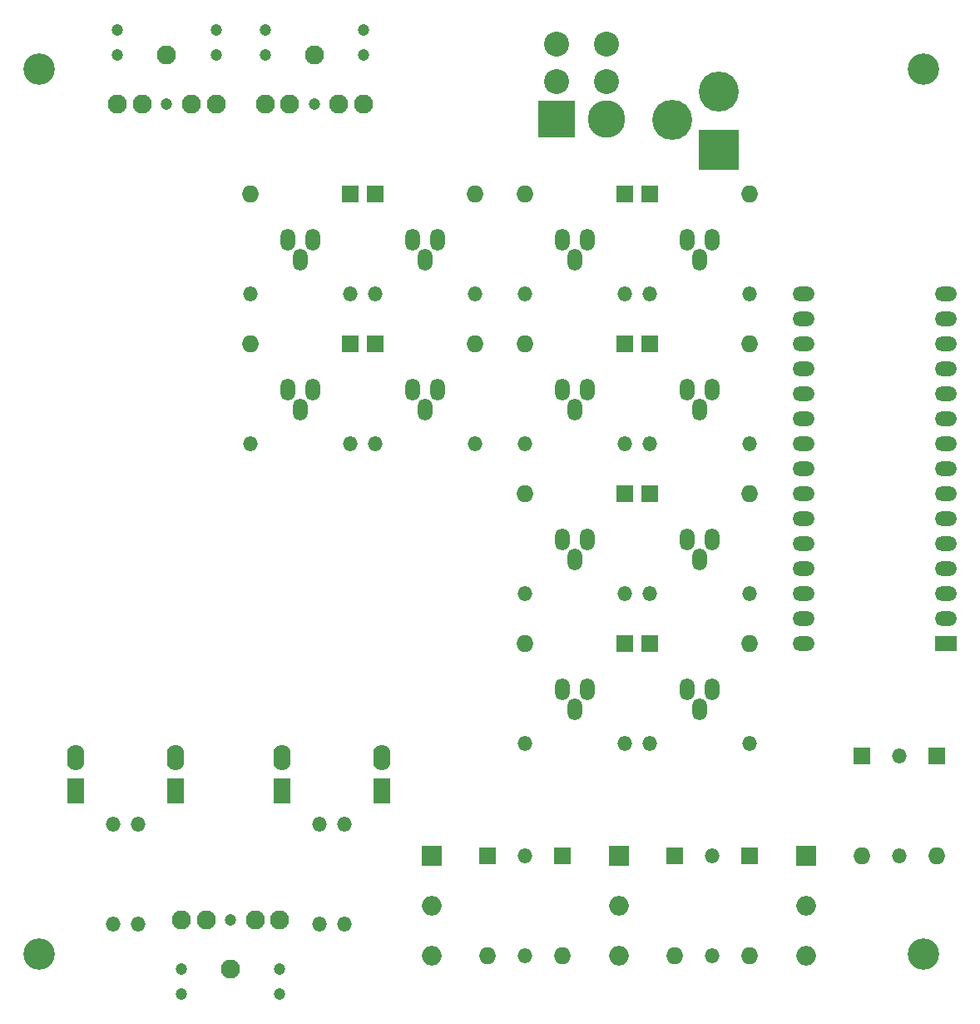
<source format=gbs>
G04 (created by PCBNEW (2013-07-07 BZR 4022)-stable) date Mon 19 Oct 2020 04:14:25 AM CDT*
%MOIN*%
G04 Gerber Fmt 3.4, Leading zero omitted, Abs format*
%FSLAX34Y34*%
G01*
G70*
G90*
G04 APERTURE LIST*
%ADD10C,0.00590551*%
%ADD11O,0.059X0.0885*%
%ADD12C,0.0767717*%
%ADD13C,0.0472441*%
%ADD14O,0.059X0.059*%
%ADD15R,0.069X0.1035*%
%ADD16O,0.069X0.1035*%
%ADD17R,0.069X0.069*%
%ADD18O,0.069X0.069*%
%ADD19R,0.0885X0.059*%
%ADD20O,0.0885X0.059*%
%ADD21C,0.125984*%
%ADD22R,0.0787402X0.0787402*%
%ADD23O,0.0787402X0.0787402*%
%ADD24R,0.16X0.16*%
%ADD25C,0.16*%
%ADD26R,0.15X0.15*%
%ADD27C,0.15*%
%ADD28C,0.1*%
G04 APERTURE END LIST*
G54D10*
G54D11*
X51500Y-73852D03*
X51000Y-74647D03*
X50500Y-73852D03*
X45500Y-67852D03*
X45000Y-68647D03*
X44500Y-67852D03*
X56500Y-85852D03*
X56000Y-86647D03*
X55500Y-85852D03*
X56500Y-73852D03*
X56000Y-74647D03*
X55500Y-73852D03*
X40500Y-73852D03*
X40000Y-74647D03*
X39500Y-73852D03*
X51500Y-79852D03*
X51000Y-80647D03*
X50500Y-79852D03*
X56500Y-79852D03*
X56000Y-80647D03*
X55500Y-79852D03*
X56500Y-67852D03*
X56000Y-68647D03*
X55500Y-67852D03*
X51500Y-67852D03*
X51000Y-68647D03*
X50500Y-67852D03*
X45500Y-73852D03*
X45000Y-74647D03*
X44500Y-73852D03*
X40500Y-67852D03*
X40000Y-68647D03*
X39500Y-67852D03*
X51500Y-85852D03*
X51000Y-86647D03*
X50500Y-85852D03*
G54D12*
X37204Y-97047D03*
X36220Y-95078D03*
X38188Y-95078D03*
X35236Y-95078D03*
X39173Y-95078D03*
G54D13*
X35236Y-97047D03*
X35236Y-98031D03*
X37204Y-95078D03*
X39173Y-97047D03*
X39173Y-98031D03*
G54D12*
X40551Y-60433D03*
X41535Y-62401D03*
X39566Y-62401D03*
X42519Y-62401D03*
X38582Y-62401D03*
G54D13*
X42519Y-60433D03*
X42519Y-59448D03*
X40551Y-62401D03*
X38582Y-60433D03*
X38582Y-59448D03*
G54D12*
X34645Y-60433D03*
X35629Y-62401D03*
X33661Y-62401D03*
X36614Y-62401D03*
X32677Y-62401D03*
G54D13*
X36614Y-60433D03*
X36614Y-59448D03*
X34645Y-62401D03*
X32677Y-60433D03*
X32677Y-59448D03*
G54D14*
X54000Y-76000D03*
X58000Y-76000D03*
X42000Y-70000D03*
X38000Y-70000D03*
X53000Y-76000D03*
X49000Y-76000D03*
X53000Y-82000D03*
X49000Y-82000D03*
X43000Y-70000D03*
X47000Y-70000D03*
X43000Y-76000D03*
X47000Y-76000D03*
X54000Y-82000D03*
X58000Y-82000D03*
X53000Y-88000D03*
X49000Y-88000D03*
X54000Y-88000D03*
X58000Y-88000D03*
X53000Y-70000D03*
X49000Y-70000D03*
X54000Y-70000D03*
X58000Y-70000D03*
X42000Y-76000D03*
X38000Y-76000D03*
X49000Y-96500D03*
X49000Y-92500D03*
X56500Y-96500D03*
X56500Y-92500D03*
X64000Y-92500D03*
X64000Y-88500D03*
X40750Y-95250D03*
X40750Y-91250D03*
X41750Y-95250D03*
X41750Y-91250D03*
X33500Y-95250D03*
X33500Y-91250D03*
X32500Y-95250D03*
X32500Y-91250D03*
G54D15*
X35000Y-89922D03*
G54D16*
X35000Y-88577D03*
G54D15*
X39250Y-89922D03*
G54D16*
X39250Y-88577D03*
G54D15*
X43250Y-89922D03*
G54D16*
X43250Y-88577D03*
G54D15*
X31000Y-89922D03*
G54D16*
X31000Y-88577D03*
G54D17*
X65500Y-88500D03*
G54D18*
X65500Y-92500D03*
G54D17*
X62500Y-88500D03*
G54D18*
X62500Y-92500D03*
G54D17*
X55000Y-92500D03*
G54D18*
X55000Y-96500D03*
G54D17*
X47500Y-92500D03*
G54D18*
X47500Y-96500D03*
G54D17*
X58000Y-92500D03*
G54D18*
X58000Y-96500D03*
G54D17*
X50500Y-92500D03*
G54D18*
X50500Y-96500D03*
G54D17*
X42000Y-72000D03*
G54D18*
X38000Y-72000D03*
G54D17*
X43000Y-72000D03*
G54D18*
X47000Y-72000D03*
G54D17*
X54000Y-66000D03*
G54D18*
X58000Y-66000D03*
G54D17*
X53000Y-66000D03*
G54D18*
X49000Y-66000D03*
G54D17*
X43000Y-66000D03*
G54D18*
X47000Y-66000D03*
G54D17*
X42000Y-66000D03*
G54D18*
X38000Y-66000D03*
G54D17*
X53000Y-84000D03*
G54D18*
X49000Y-84000D03*
G54D17*
X54000Y-84000D03*
G54D18*
X58000Y-84000D03*
G54D17*
X54000Y-72000D03*
G54D18*
X58000Y-72000D03*
G54D17*
X53000Y-72000D03*
G54D18*
X49000Y-72000D03*
G54D17*
X53000Y-78000D03*
G54D18*
X49000Y-78000D03*
G54D17*
X54000Y-78000D03*
G54D18*
X58000Y-78000D03*
G54D19*
X65852Y-84000D03*
G54D20*
X65852Y-83000D03*
X65852Y-82000D03*
X65852Y-81000D03*
X60147Y-79000D03*
X60147Y-80000D03*
X60147Y-81000D03*
X65852Y-80000D03*
X65852Y-79000D03*
X65852Y-78000D03*
X60147Y-78000D03*
X60147Y-77000D03*
X60147Y-76000D03*
X65852Y-77000D03*
X65852Y-76000D03*
X65852Y-75000D03*
X65852Y-74000D03*
X65852Y-73000D03*
X65852Y-72000D03*
X65852Y-71000D03*
X60147Y-75000D03*
X60147Y-74000D03*
X60147Y-73000D03*
X60147Y-72000D03*
X60147Y-71000D03*
X60147Y-70000D03*
X65852Y-70000D03*
X60147Y-82000D03*
X60147Y-83000D03*
X60147Y-84000D03*
G54D21*
X29527Y-61023D03*
X64960Y-61023D03*
X64960Y-96456D03*
X29527Y-96456D03*
G54D22*
X60250Y-92500D03*
G54D23*
X60250Y-94500D03*
X60250Y-96500D03*
G54D22*
X52750Y-92500D03*
G54D23*
X52750Y-94500D03*
X52750Y-96500D03*
G54D22*
X45250Y-92500D03*
G54D23*
X45250Y-94500D03*
X45250Y-96500D03*
G54D24*
X56750Y-64250D03*
G54D25*
X56750Y-61900D03*
X54900Y-63050D03*
G54D26*
X50250Y-63000D03*
G54D27*
X52250Y-63000D03*
G54D28*
X50250Y-61500D03*
X52250Y-61500D03*
X52250Y-60000D03*
X50250Y-60000D03*
M02*

</source>
